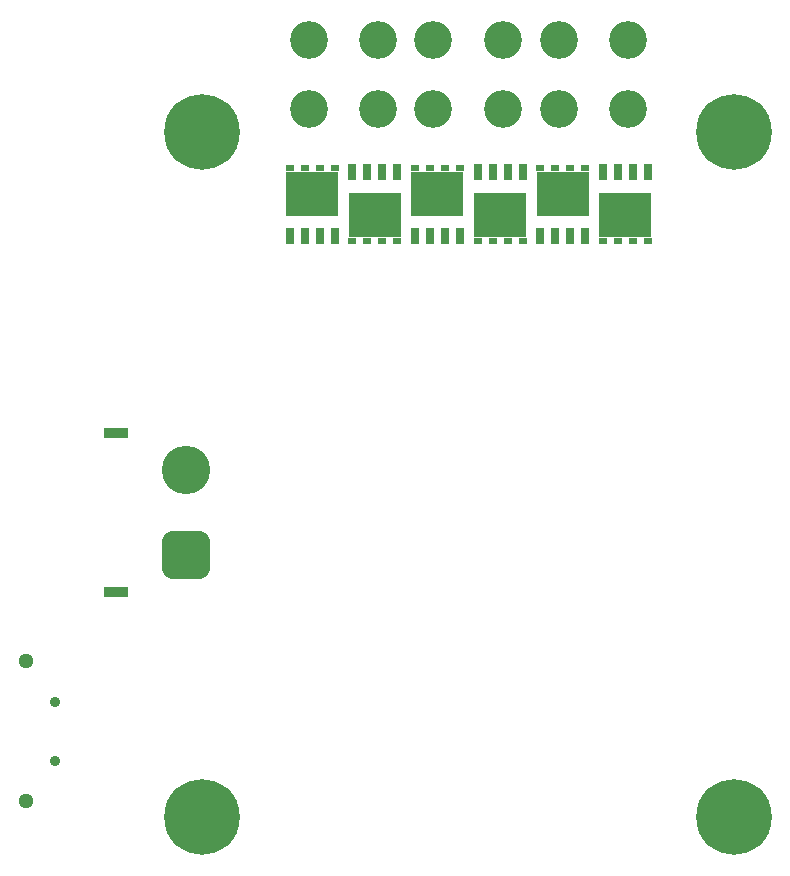
<source format=gbr>
%TF.GenerationSoftware,KiCad,Pcbnew,9.0.6-9.0.6~ubuntu24.04.1*%
%TF.CreationDate,2025-11-20T19:16:14+01:00*%
%TF.ProjectId,FOC_CONTROLLER_V2,464f435f-434f-44e5-9452-4f4c4c45525f,rev?*%
%TF.SameCoordinates,Original*%
%TF.FileFunction,Soldermask,Bot*%
%TF.FilePolarity,Negative*%
%FSLAX46Y46*%
G04 Gerber Fmt 4.6, Leading zero omitted, Abs format (unit mm)*
G04 Created by KiCad (PCBNEW 9.0.6-9.0.6~ubuntu24.04.1) date 2025-11-20 19:16:14*
%MOMM*%
%LPD*%
G01*
G04 APERTURE LIST*
G04 Aperture macros list*
%AMRoundRect*
0 Rectangle with rounded corners*
0 $1 Rounding radius*
0 $2 $3 $4 $5 $6 $7 $8 $9 X,Y pos of 4 corners*
0 Add a 4 corners polygon primitive as box body*
4,1,4,$2,$3,$4,$5,$6,$7,$8,$9,$2,$3,0*
0 Add four circle primitives for the rounded corners*
1,1,$1+$1,$2,$3*
1,1,$1+$1,$4,$5*
1,1,$1+$1,$6,$7*
1,1,$1+$1,$8,$9*
0 Add four rect primitives between the rounded corners*
20,1,$1+$1,$2,$3,$4,$5,0*
20,1,$1+$1,$4,$5,$6,$7,0*
20,1,$1+$1,$6,$7,$8,$9,0*
20,1,$1+$1,$8,$9,$2,$3,0*%
G04 Aperture macros list end*
%ADD10C,3.200000*%
%ADD11C,0.800000*%
%ADD12C,6.400000*%
%ADD13C,0.890000*%
%ADD14C,1.294000*%
%ADD15R,2.000000X0.900000*%
%ADD16RoundRect,1.025000X1.025000X-1.025000X1.025000X1.025000X-1.025000X1.025000X-1.025000X-1.025000X0*%
%ADD17C,4.100000*%
%ADD18R,0.710000X1.372000*%
%ADD19R,0.710000X0.590000*%
%ADD20R,4.520000X3.850000*%
G04 APERTURE END LIST*
D10*
%TO.C,J2*%
X126505000Y-65035000D03*
X132375000Y-65035000D03*
X126505000Y-59165000D03*
X132375000Y-59165000D03*
%TD*%
D11*
%TO.C,H4*%
X115100000Y-67000000D03*
X115802944Y-65302944D03*
X115802944Y-68697056D03*
X117500000Y-64600000D03*
D12*
X117500000Y-67000000D03*
D11*
X117500000Y-69400000D03*
X119197056Y-65302944D03*
X119197056Y-68697056D03*
X119900000Y-67000000D03*
%TD*%
D13*
%TO.C,J11*%
X105057500Y-115200000D03*
X105057500Y-120200000D03*
D14*
X102607500Y-111775000D03*
X102607500Y-123625000D03*
%TD*%
D10*
%TO.C,V*%
X137065000Y-65035000D03*
X142935000Y-65035000D03*
X137065000Y-59165000D03*
X142935000Y-59165000D03*
%TD*%
D15*
%TO.C,DC IN*%
X110150000Y-105950000D03*
X110150000Y-92450000D03*
D16*
X116150000Y-102800000D03*
D17*
X116150000Y-95600000D03*
%TD*%
D11*
%TO.C,RS485*%
X115100000Y-125000000D03*
X115802944Y-123302944D03*
X115802944Y-126697056D03*
X117500000Y-122600000D03*
D12*
X117500000Y-125000000D03*
D11*
X117500000Y-127400000D03*
X119197056Y-123302944D03*
X119197056Y-126697056D03*
X119900000Y-125000000D03*
%TD*%
D10*
%TO.C,J4*%
X147655000Y-65035000D03*
X153525000Y-65035000D03*
X147655000Y-59165000D03*
X153525000Y-59165000D03*
%TD*%
D11*
%TO.C,H3*%
X160100000Y-67000000D03*
X160802944Y-65302944D03*
X160802944Y-68697056D03*
X162500000Y-64600000D03*
D12*
X162500000Y-67000000D03*
D11*
X162500000Y-69400000D03*
X164197056Y-65302944D03*
X164197056Y-68697056D03*
X164900000Y-67000000D03*
%TD*%
%TO.C,H2*%
X160100000Y-125000000D03*
X160802944Y-123302944D03*
X160802944Y-126697056D03*
X162500000Y-122600000D03*
D12*
X162500000Y-125000000D03*
D11*
X162500000Y-127400000D03*
X164197056Y-123302944D03*
X164197056Y-126697056D03*
X164900000Y-125000000D03*
%TD*%
D18*
%TO.C,Q4*%
X139305000Y-75807000D03*
X138035000Y-75807000D03*
X136765000Y-75807000D03*
X135495000Y-75807000D03*
D19*
X139305000Y-69993000D03*
X138035000Y-69993000D03*
X136765000Y-69993000D03*
X135495000Y-69993000D03*
D20*
X137400000Y-72213000D03*
%TD*%
D18*
%TO.C,Q1*%
X128690000Y-75807000D03*
X127420000Y-75807000D03*
X126150000Y-75807000D03*
X124880000Y-75807000D03*
D19*
X128690000Y-69993000D03*
X127420000Y-69993000D03*
X126150000Y-69993000D03*
X124880000Y-69993000D03*
D20*
X126785000Y-72213000D03*
%TD*%
D18*
%TO.C,Q3*%
X130180000Y-70393000D03*
X131450000Y-70393000D03*
X132720000Y-70393000D03*
X133990000Y-70393000D03*
D19*
X130180000Y-76207000D03*
X131450000Y-76207000D03*
X132720000Y-76207000D03*
X133990000Y-76207000D03*
D20*
X132085000Y-73987000D03*
%TD*%
D18*
%TO.C,Q5*%
X151390000Y-70393000D03*
X152660000Y-70393000D03*
X153930000Y-70393000D03*
X155200000Y-70393000D03*
D19*
X151390000Y-76207000D03*
X152660000Y-76207000D03*
X153930000Y-76207000D03*
X155200000Y-76207000D03*
D20*
X153295000Y-73987000D03*
%TD*%
D18*
%TO.C,Q6*%
X149905000Y-75807000D03*
X148635000Y-75807000D03*
X147365000Y-75807000D03*
X146095000Y-75807000D03*
D19*
X149905000Y-69993000D03*
X148635000Y-69993000D03*
X147365000Y-69993000D03*
X146095000Y-69993000D03*
D20*
X148000000Y-72213000D03*
%TD*%
D18*
%TO.C,Q2*%
X140795000Y-70393000D03*
X142065000Y-70393000D03*
X143335000Y-70393000D03*
X144605000Y-70393000D03*
D19*
X140795000Y-76207000D03*
X142065000Y-76207000D03*
X143335000Y-76207000D03*
X144605000Y-76207000D03*
D20*
X142700000Y-73987000D03*
%TD*%
M02*

</source>
